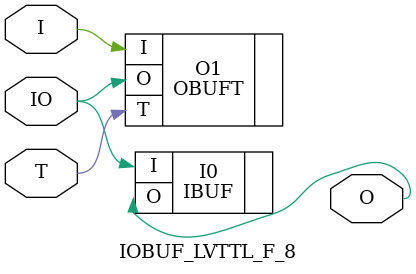
<source format=v>


`timescale  1 ps / 1 ps


module IOBUF_LVTTL_F_8 (O, IO, I, T);

    output O;

    inout  IO;

    input  I, T;

        OBUFT #(.IOSTANDARD("LVTTL"), .SLEW("FAST"), .DRIVE(8)) O1 (.O(IO), .I(I), .T(T)); 
	IBUF #(.IOSTANDARD("LVTTL"))  I0 (.O(O), .I(IO));
        

endmodule



</source>
